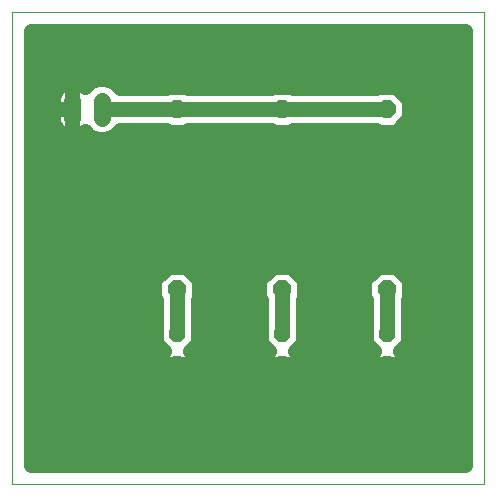
<source format=gbl>
G75*
%MOIN*%
%OFA0B0*%
%FSLAX25Y25*%
%IPPOS*%
%LPD*%
%AMOC8*
5,1,8,0,0,1.08239X$1,22.5*
%
%ADD10C,0.00000*%
%ADD11C,0.05600*%
%ADD12OC8,0.06000*%
%ADD13OC8,0.05200*%
%ADD14C,0.05000*%
D10*
X0003500Y0003500D02*
X0003500Y0160980D01*
X0160980Y0160980D01*
X0160980Y0003500D01*
X0003500Y0003500D01*
D11*
X0023500Y0125700D02*
X0023500Y0131300D01*
X0033500Y0131300D02*
X0033500Y0125700D01*
D12*
X0058500Y0128500D03*
X0093500Y0128500D03*
X0128500Y0128500D03*
X0128500Y0068500D03*
X0093500Y0068500D03*
X0058500Y0068500D03*
D13*
X0058500Y0053500D03*
X0058500Y0043500D03*
X0093500Y0043500D03*
X0093500Y0053500D03*
X0128500Y0053500D03*
X0128500Y0043500D03*
D14*
X0134600Y0043500D01*
X0134600Y0046027D01*
X0132812Y0047815D01*
X0135568Y0050572D01*
X0135568Y0056428D01*
X0135468Y0056528D01*
X0135468Y0064906D01*
X0135968Y0065406D01*
X0135968Y0071594D01*
X0131594Y0075968D01*
X0125406Y0075968D01*
X0121031Y0071594D01*
X0121031Y0065406D01*
X0121531Y0064906D01*
X0121531Y0056528D01*
X0121431Y0056428D01*
X0121431Y0050572D01*
X0124188Y0047815D01*
X0122400Y0046027D01*
X0122400Y0043500D01*
X0128500Y0043500D01*
X0128500Y0043500D01*
X0128500Y0043500D01*
X0134600Y0043500D01*
X0134600Y0040973D01*
X0131027Y0037400D01*
X0128500Y0037400D01*
X0128500Y0043500D01*
X0128500Y0043500D01*
X0122400Y0043500D01*
X0122400Y0040973D01*
X0125973Y0037400D01*
X0128500Y0037400D01*
X0128500Y0043500D01*
X0128500Y0043488D02*
X0128500Y0043488D01*
X0128500Y0038490D02*
X0128500Y0038490D01*
X0124884Y0038490D02*
X0097116Y0038490D01*
X0096027Y0037400D02*
X0099600Y0040973D01*
X0099600Y0043500D01*
X0099600Y0046027D01*
X0097812Y0047815D01*
X0100568Y0050572D01*
X0100568Y0056428D01*
X0100468Y0056528D01*
X0100468Y0064906D01*
X0100968Y0065406D01*
X0100968Y0071594D01*
X0096594Y0075968D01*
X0090406Y0075968D01*
X0086031Y0071594D01*
X0086031Y0065406D01*
X0086531Y0064906D01*
X0086531Y0056528D01*
X0086431Y0056428D01*
X0086431Y0050572D01*
X0089188Y0047815D01*
X0087400Y0046027D01*
X0087400Y0043500D01*
X0093500Y0043500D01*
X0099600Y0043500D01*
X0093500Y0043500D01*
X0093500Y0043500D01*
X0093500Y0043500D01*
X0093500Y0037400D01*
X0096027Y0037400D01*
X0093500Y0037400D02*
X0093500Y0043500D01*
X0093500Y0043500D01*
X0087400Y0043500D01*
X0087400Y0040973D01*
X0090973Y0037400D01*
X0093500Y0037400D01*
X0093500Y0038490D02*
X0093500Y0038490D01*
X0089884Y0038490D02*
X0062116Y0038490D01*
X0061027Y0037400D02*
X0064600Y0040973D01*
X0064600Y0043500D01*
X0064600Y0046027D01*
X0062812Y0047815D01*
X0065568Y0050572D01*
X0065568Y0056428D01*
X0065468Y0056528D01*
X0065468Y0064906D01*
X0065968Y0065406D01*
X0065968Y0071594D01*
X0061594Y0075968D01*
X0055406Y0075968D01*
X0051031Y0071594D01*
X0051031Y0065406D01*
X0051531Y0064906D01*
X0051531Y0056528D01*
X0051431Y0056428D01*
X0051431Y0050572D01*
X0054188Y0047815D01*
X0052400Y0046027D01*
X0052400Y0043500D01*
X0058500Y0043500D01*
X0064600Y0043500D01*
X0058500Y0043500D01*
X0058500Y0043500D01*
X0058500Y0043500D01*
X0058500Y0037400D01*
X0061027Y0037400D01*
X0058500Y0037400D02*
X0058500Y0043500D01*
X0058500Y0043500D01*
X0052400Y0043500D01*
X0052400Y0040973D01*
X0055973Y0037400D01*
X0058500Y0037400D01*
X0058500Y0038490D02*
X0058500Y0038490D01*
X0054884Y0038490D02*
X0010000Y0038490D01*
X0010000Y0043488D02*
X0052400Y0043488D01*
X0053517Y0048487D02*
X0010000Y0048487D01*
X0010000Y0053485D02*
X0051431Y0053485D01*
X0051531Y0058484D02*
X0010000Y0058484D01*
X0010000Y0063482D02*
X0051531Y0063482D01*
X0051031Y0068481D02*
X0010000Y0068481D01*
X0010000Y0073479D02*
X0052917Y0073479D01*
X0058500Y0068500D02*
X0058500Y0053500D01*
X0063483Y0048487D02*
X0088517Y0048487D01*
X0087400Y0043488D02*
X0064600Y0043488D01*
X0058500Y0043488D02*
X0058500Y0043488D01*
X0065568Y0053485D02*
X0086431Y0053485D01*
X0086531Y0058484D02*
X0065468Y0058484D01*
X0065468Y0063482D02*
X0086531Y0063482D01*
X0086031Y0068481D02*
X0065968Y0068481D01*
X0064083Y0073479D02*
X0087917Y0073479D01*
X0093500Y0068500D02*
X0093500Y0053500D01*
X0098483Y0048487D02*
X0123517Y0048487D01*
X0122400Y0043488D02*
X0099600Y0043488D01*
X0093500Y0043488D02*
X0093500Y0043488D01*
X0100568Y0053485D02*
X0121431Y0053485D01*
X0121531Y0058484D02*
X0100468Y0058484D01*
X0100468Y0063482D02*
X0121531Y0063482D01*
X0121031Y0068481D02*
X0100968Y0068481D01*
X0099083Y0073479D02*
X0122917Y0073479D01*
X0128500Y0068500D02*
X0128500Y0053500D01*
X0133483Y0048487D02*
X0154480Y0048487D01*
X0154480Y0053485D02*
X0135568Y0053485D01*
X0135468Y0058484D02*
X0154480Y0058484D01*
X0154480Y0063482D02*
X0135468Y0063482D01*
X0135968Y0068481D02*
X0154480Y0068481D01*
X0154480Y0073479D02*
X0134083Y0073479D01*
X0154480Y0078478D02*
X0010000Y0078478D01*
X0010000Y0083476D02*
X0154480Y0083476D01*
X0154480Y0088475D02*
X0010000Y0088475D01*
X0010000Y0093473D02*
X0154480Y0093473D01*
X0154480Y0098472D02*
X0010000Y0098472D01*
X0010000Y0103470D02*
X0154480Y0103470D01*
X0154480Y0108469D02*
X0010000Y0108469D01*
X0010000Y0113467D02*
X0154480Y0113467D01*
X0154480Y0118466D02*
X0035029Y0118466D01*
X0034946Y0118431D02*
X0037617Y0119538D01*
X0039611Y0121531D01*
X0054906Y0121531D01*
X0055406Y0121031D01*
X0061594Y0121031D01*
X0062094Y0121531D01*
X0089906Y0121531D01*
X0090406Y0121031D01*
X0096594Y0121031D01*
X0097094Y0121531D01*
X0124906Y0121531D01*
X0125406Y0121031D01*
X0131594Y0121031D01*
X0135968Y0125406D01*
X0135968Y0131594D01*
X0131594Y0135968D01*
X0125406Y0135968D01*
X0124906Y0135468D01*
X0097094Y0135468D01*
X0096594Y0135968D01*
X0090406Y0135968D01*
X0089906Y0135468D01*
X0062094Y0135468D01*
X0061594Y0135968D01*
X0055406Y0135968D01*
X0054906Y0135468D01*
X0039611Y0135468D01*
X0037617Y0137462D01*
X0034946Y0138568D01*
X0032054Y0138568D01*
X0029383Y0137462D01*
X0027815Y0135894D01*
X0027604Y0136105D01*
X0026802Y0136688D01*
X0025918Y0137138D01*
X0024975Y0137445D01*
X0023996Y0137600D01*
X0023500Y0137600D01*
X0023500Y0128500D01*
X0023500Y0128500D01*
X0023500Y0119400D01*
X0023996Y0119400D01*
X0024975Y0119555D01*
X0025918Y0119862D01*
X0026802Y0120312D01*
X0027604Y0120895D01*
X0027815Y0121106D01*
X0029383Y0119538D01*
X0032054Y0118431D01*
X0034946Y0118431D01*
X0031971Y0118466D02*
X0010000Y0118466D01*
X0010000Y0123464D02*
X0017602Y0123464D01*
X0017662Y0123282D02*
X0018112Y0122398D01*
X0018695Y0121596D01*
X0019396Y0120895D01*
X0020198Y0120312D01*
X0021082Y0119862D01*
X0022025Y0119555D01*
X0023004Y0119400D01*
X0023500Y0119400D01*
X0023500Y0128500D01*
X0023500Y0128500D01*
X0023500Y0128500D01*
X0017200Y0128500D01*
X0017200Y0131796D01*
X0017355Y0132775D01*
X0017662Y0133718D01*
X0018112Y0134602D01*
X0018695Y0135404D01*
X0019396Y0136105D01*
X0020198Y0136688D01*
X0021082Y0137138D01*
X0022025Y0137445D01*
X0023004Y0137600D01*
X0023500Y0137600D01*
X0023500Y0128500D01*
X0017200Y0128500D01*
X0017200Y0125204D01*
X0017355Y0124225D01*
X0017662Y0123282D01*
X0017200Y0128463D02*
X0010000Y0128463D01*
X0010000Y0133461D02*
X0017578Y0133461D01*
X0023500Y0133461D02*
X0023500Y0133461D01*
X0023500Y0128463D02*
X0023500Y0128463D01*
X0023500Y0123464D02*
X0023500Y0123464D01*
X0033500Y0128500D02*
X0058500Y0128500D01*
X0093500Y0128500D01*
X0128500Y0128500D01*
X0134026Y0123464D02*
X0154480Y0123464D01*
X0154480Y0128463D02*
X0135968Y0128463D01*
X0134101Y0133461D02*
X0154480Y0133461D01*
X0154480Y0138460D02*
X0035208Y0138460D01*
X0031792Y0138460D02*
X0010000Y0138460D01*
X0010000Y0143458D02*
X0154480Y0143458D01*
X0154480Y0148457D02*
X0010000Y0148457D01*
X0010000Y0153455D02*
X0154480Y0153455D01*
X0154480Y0154480D02*
X0154480Y0010000D01*
X0010000Y0010000D01*
X0010000Y0154480D01*
X0154480Y0154480D01*
X0154480Y0043488D02*
X0134600Y0043488D01*
X0132116Y0038490D02*
X0154480Y0038490D01*
X0154480Y0033491D02*
X0010000Y0033491D01*
X0010000Y0028493D02*
X0154480Y0028493D01*
X0154480Y0023494D02*
X0010000Y0023494D01*
X0010000Y0018496D02*
X0154480Y0018496D01*
X0154480Y0013497D02*
X0010000Y0013497D01*
M02*

</source>
